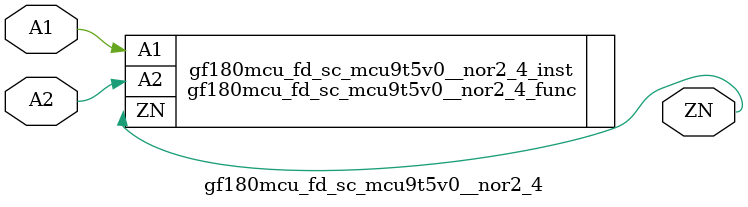
<source format=v>

module gf180mcu_fd_sc_mcu9t5v0__nor2_4( ZN, A2, A1 );
input A1, A2;
output ZN;

   `ifdef FUNCTIONAL  //  functional //

	gf180mcu_fd_sc_mcu9t5v0__nor2_4_func gf180mcu_fd_sc_mcu9t5v0__nor2_4_behav_inst(.ZN(ZN),.A2(A2),.A1(A1));

   `else

	gf180mcu_fd_sc_mcu9t5v0__nor2_4_func gf180mcu_fd_sc_mcu9t5v0__nor2_4_inst(.ZN(ZN),.A2(A2),.A1(A1));

	// spec_gates_begin


	// spec_gates_end



   specify

	// specify_block_begin

	// comb arc A1 --> ZN
	 (A1 => ZN) = (1.0,1.0);

	// comb arc A2 --> ZN
	 (A2 => ZN) = (1.0,1.0);

	// specify_block_end

   endspecify

   `endif

endmodule

</source>
